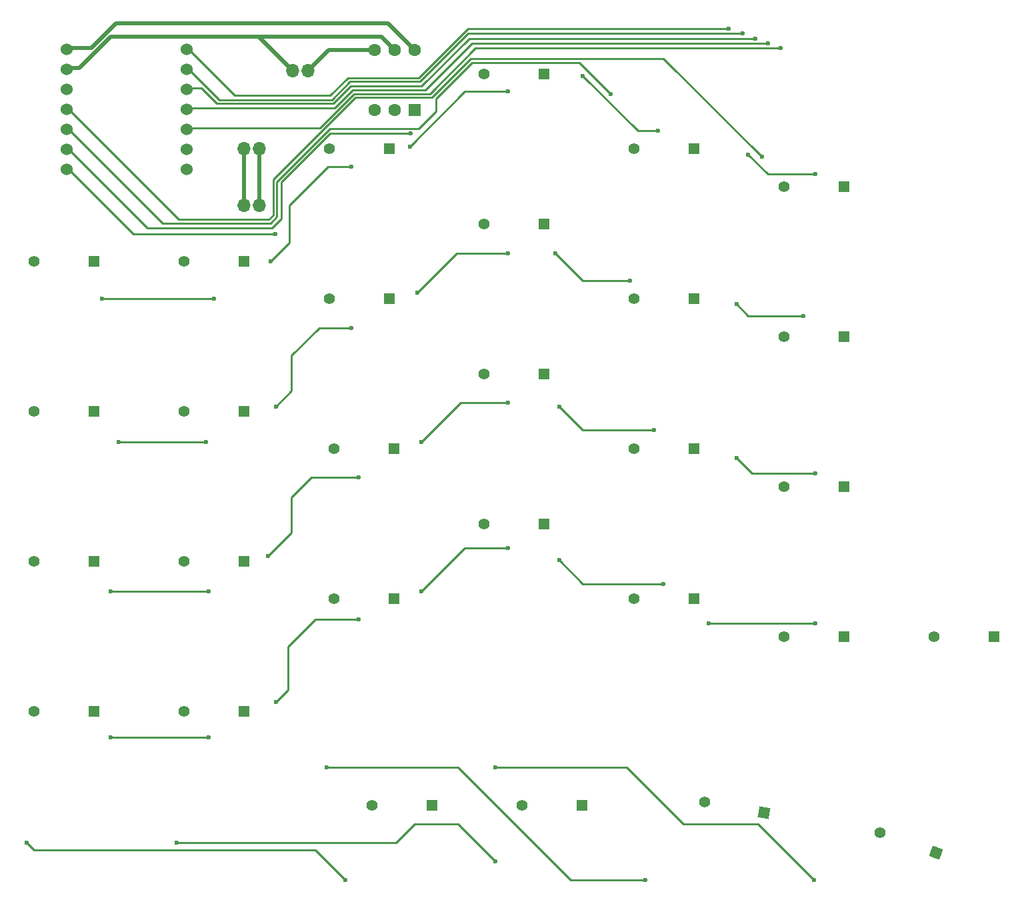
<source format=gbr>
G04 #@! TF.GenerationSoftware,KiCad,Pcbnew,9.0.6*
G04 #@! TF.CreationDate,2025-12-07T22:23:37+09:00*
G04 #@! TF.ProjectId,tarakkie_v1_left,74617261-6b6b-4696-955f-76315f6c6566,rev?*
G04 #@! TF.SameCoordinates,Original*
G04 #@! TF.FileFunction,Copper,L1,Top*
G04 #@! TF.FilePolarity,Positive*
%FSLAX46Y46*%
G04 Gerber Fmt 4.6, Leading zero omitted, Abs format (unit mm)*
G04 Created by KiCad (PCBNEW 9.0.6) date 2025-12-07 22:23:37*
%MOMM*%
%LPD*%
G01*
G04 APERTURE LIST*
G04 Aperture macros list*
%AMRoundRect*
0 Rectangle with rounded corners*
0 $1 Rounding radius*
0 $2 $3 $4 $5 $6 $7 $8 $9 X,Y pos of 4 corners*
0 Add a 4 corners polygon primitive as box body*
4,1,4,$2,$3,$4,$5,$6,$7,$8,$9,$2,$3,0*
0 Add four circle primitives for the rounded corners*
1,1,$1+$1,$2,$3*
1,1,$1+$1,$4,$5*
1,1,$1+$1,$6,$7*
1,1,$1+$1,$8,$9*
0 Add four rect primitives between the rounded corners*
20,1,$1+$1,$2,$3,$4,$5,0*
20,1,$1+$1,$4,$5,$6,$7,0*
20,1,$1+$1,$6,$7,$8,$9,0*
20,1,$1+$1,$8,$9,$2,$3,0*%
%AMRotRect*
0 Rectangle, with rotation*
0 The origin of the aperture is its center*
0 $1 length*
0 $2 width*
0 $3 Rotation angle, in degrees counterclockwise*
0 Add horizontal line*
21,1,$1,$2,0,0,$3*%
G04 Aperture macros list end*
G04 #@! TA.AperFunction,ComponentPad*
%ADD10R,1.397000X1.397000*%
G04 #@! TD*
G04 #@! TA.AperFunction,ComponentPad*
%ADD11C,1.397000*%
G04 #@! TD*
G04 #@! TA.AperFunction,ComponentPad*
%ADD12RotRect,1.397000X1.397000X170.000000*%
G04 #@! TD*
G04 #@! TA.AperFunction,ComponentPad*
%ADD13RotRect,1.397000X1.397000X160.000000*%
G04 #@! TD*
G04 #@! TA.AperFunction,ComponentPad*
%ADD14O,1.700000X1.700000*%
G04 #@! TD*
G04 #@! TA.AperFunction,ComponentPad*
%ADD15C,1.524000*%
G04 #@! TD*
G04 #@! TA.AperFunction,ComponentPad*
%ADD16RoundRect,0.250000X0.550000X-0.550000X0.550000X0.550000X-0.550000X0.550000X-0.550000X-0.550000X0*%
G04 #@! TD*
G04 #@! TA.AperFunction,ComponentPad*
%ADD17C,1.600000*%
G04 #@! TD*
G04 #@! TA.AperFunction,ViaPad*
%ADD18C,0.600000*%
G04 #@! TD*
G04 #@! TA.AperFunction,Conductor*
%ADD19C,0.250000*%
G04 #@! TD*
G04 #@! TA.AperFunction,Conductor*
%ADD20C,0.500000*%
G04 #@! TD*
G04 APERTURE END LIST*
D10*
X89535000Y-92868750D03*
D11*
X81915000Y-92868750D03*
D10*
X113347500Y-138112500D03*
D11*
X105727500Y-138112500D03*
D10*
X146685000Y-116681250D03*
D11*
X139065000Y-116681250D03*
D10*
X94297500Y-138112500D03*
D11*
X86677500Y-138112500D03*
D10*
X70485000Y-88106250D03*
D11*
X62865000Y-88106250D03*
D10*
X88928750Y-73818750D03*
D11*
X81308750Y-73818750D03*
D10*
X127635000Y-54768750D03*
D11*
X120015000Y-54768750D03*
D12*
X136468904Y-139082326D03*
D11*
X128964664Y-137759126D03*
D10*
X108585000Y-64293750D03*
D11*
X100965000Y-64293750D03*
D10*
X146685000Y-59531250D03*
D11*
X139065000Y-59531250D03*
D10*
X70485000Y-107156250D03*
D11*
X62865000Y-107156250D03*
D10*
X165735000Y-116681250D03*
D11*
X158115000Y-116681250D03*
D10*
X70485000Y-126206250D03*
D11*
X62865000Y-126206250D03*
D10*
X51435000Y-126206250D03*
D11*
X43815000Y-126206250D03*
D10*
X89535000Y-111918750D03*
D11*
X81915000Y-111918750D03*
D10*
X127635000Y-73818750D03*
D11*
X120015000Y-73818750D03*
D10*
X108585000Y-45243750D03*
D11*
X100965000Y-45243750D03*
D10*
X127635000Y-92868750D03*
D11*
X120015000Y-92868750D03*
D10*
X70485000Y-69056250D03*
D11*
X62865000Y-69056250D03*
D10*
X146685000Y-78581250D03*
D11*
X139065000Y-78581250D03*
D10*
X51435000Y-69056250D03*
D11*
X43815000Y-69056250D03*
D10*
X88928750Y-54768750D03*
D11*
X81308750Y-54768750D03*
D10*
X127635000Y-111918750D03*
D11*
X120015000Y-111918750D03*
D10*
X108585000Y-102393750D03*
D11*
X100965000Y-102393750D03*
D13*
X158361479Y-144178097D03*
D11*
X151201021Y-141571903D03*
D10*
X51435000Y-88106250D03*
D11*
X43815000Y-88106250D03*
D10*
X51435000Y-107156250D03*
D11*
X43815000Y-107156250D03*
D10*
X108585000Y-83343750D03*
D11*
X100965000Y-83343750D03*
D10*
X146685000Y-97631250D03*
D11*
X139065000Y-97631250D03*
D14*
X78600000Y-44800000D03*
X76600000Y-44800000D03*
X72437500Y-61912500D03*
X70437500Y-61912500D03*
D15*
X63210000Y-42128500D03*
X63210000Y-44668500D03*
X63210000Y-47208500D03*
X63210000Y-49748500D03*
X63210000Y-52288500D03*
X63210000Y-54828500D03*
X63210000Y-57368500D03*
X47970000Y-57368500D03*
X47970000Y-54828500D03*
X47970000Y-52288500D03*
X47970000Y-49748500D03*
X47970000Y-47208500D03*
X47970000Y-44668500D03*
X47970000Y-42128500D03*
D16*
X92140000Y-49800000D03*
D17*
X89600000Y-49800000D03*
X87060000Y-49800000D03*
X87060000Y-42180000D03*
X89600000Y-42180000D03*
X92140000Y-42180000D03*
D14*
X72437500Y-54768750D03*
X70437500Y-54768750D03*
D18*
X104000000Y-47500000D03*
X84093750Y-57000000D03*
X132000000Y-39500000D03*
X66675000Y-73818750D03*
X113500000Y-45500000D03*
X52387500Y-73818750D03*
X73818750Y-69056250D03*
X91500000Y-54500000D03*
X134500000Y-55500000D03*
X143000000Y-58000000D03*
X123000000Y-52500000D03*
X110000000Y-68000000D03*
X104000000Y-68000000D03*
X133800000Y-40125000D03*
X84093750Y-77500000D03*
X54500000Y-92000000D03*
X119500000Y-71500000D03*
X74500000Y-87500000D03*
X133000000Y-74500000D03*
X141500000Y-76000000D03*
X65650000Y-92000000D03*
X92500000Y-73000000D03*
X122500000Y-90500000D03*
X143000000Y-96000000D03*
X53500000Y-111000000D03*
X110500000Y-87500000D03*
X66000000Y-111000000D03*
X104000000Y-87000000D03*
X85000000Y-96500000D03*
X93000000Y-92000000D03*
X135400000Y-40750000D03*
X73500000Y-106500000D03*
X133000000Y-94000000D03*
X66000000Y-129500000D03*
X53500000Y-129500000D03*
X110500000Y-107000000D03*
X104000000Y-105500000D03*
X85000000Y-114500000D03*
X74500000Y-125000000D03*
X143000000Y-115000000D03*
X137000000Y-41375000D03*
X93000000Y-111000000D03*
X123675000Y-110000000D03*
X129500000Y-115000000D03*
X138600000Y-42000000D03*
X83343750Y-147637500D03*
X42862500Y-142875000D03*
X102393750Y-145256250D03*
X61912500Y-142875000D03*
X80962500Y-133350000D03*
X121443750Y-147637500D03*
X74400000Y-65600000D03*
X142875000Y-147637500D03*
X91600000Y-52800000D03*
X102393750Y-133350000D03*
X117000000Y-47800000D03*
X136200000Y-55800000D03*
D19*
X132000000Y-39500000D02*
X98862190Y-39500000D01*
X98862190Y-39500000D02*
X92613190Y-45749000D01*
X76200000Y-61912500D02*
X81112500Y-57000000D01*
X113500000Y-45500000D02*
X120500000Y-52500000D01*
X83651000Y-45749000D02*
X81400000Y-48000000D01*
X92613190Y-45749000D02*
X83651000Y-45749000D01*
X81112500Y-57000000D02*
X84093750Y-57000000D01*
X98500000Y-47500000D02*
X104000000Y-47500000D01*
X120500000Y-52500000D02*
X123000000Y-52500000D01*
X69291500Y-48000000D02*
X63230000Y-41938500D01*
X137000000Y-58000000D02*
X143000000Y-58000000D01*
X134500000Y-55500000D02*
X137000000Y-58000000D01*
X76200000Y-66675000D02*
X76200000Y-61912500D01*
X52387500Y-73818750D02*
X66675000Y-73818750D01*
X91500000Y-54500000D02*
X98500000Y-47500000D01*
X81400000Y-48000000D02*
X69291500Y-48000000D01*
X73818750Y-69056250D02*
X76200000Y-66675000D01*
X110000000Y-68000000D02*
X113500000Y-71500000D01*
X133800000Y-40125000D02*
X98875000Y-40125000D01*
X134500000Y-76000000D02*
X141500000Y-76000000D01*
X113500000Y-71500000D02*
X119500000Y-71500000D01*
X67300500Y-48549000D02*
X63230000Y-44478500D01*
X92500000Y-73000000D02*
X97500000Y-68000000D01*
X83949000Y-46200000D02*
X81600000Y-48549000D01*
X98875000Y-40125000D02*
X92800000Y-46200000D01*
X74500000Y-87500000D02*
X76500000Y-85500000D01*
X76500000Y-81000000D02*
X80000000Y-77500000D01*
X54500000Y-92000000D02*
X65650000Y-92000000D01*
X92800000Y-46200000D02*
X83949000Y-46200000D01*
X97500000Y-68000000D02*
X104000000Y-68000000D01*
X80000000Y-77500000D02*
X84093750Y-77500000D01*
X76500000Y-85500000D02*
X76500000Y-81000000D01*
X81600000Y-48549000D02*
X67300500Y-48549000D01*
X133000000Y-74500000D02*
X134500000Y-76000000D01*
X99050000Y-40750000D02*
X93000000Y-46800000D01*
X113500000Y-90500000D02*
X122500000Y-90500000D01*
X93000000Y-92000000D02*
X98000000Y-87000000D01*
X79000000Y-96500000D02*
X85000000Y-96500000D01*
X133000000Y-94000000D02*
X135000000Y-96000000D01*
X84000000Y-46800000D02*
X81800000Y-49000000D01*
X76500000Y-103500000D02*
X76500000Y-99000000D01*
X98000000Y-87000000D02*
X104000000Y-87000000D01*
X53500000Y-111000000D02*
X66000000Y-111000000D01*
X135400000Y-40750000D02*
X99050000Y-40750000D01*
X73500000Y-106500000D02*
X76500000Y-103500000D01*
X110500000Y-87500000D02*
X113500000Y-90500000D01*
X65018500Y-47018500D02*
X63230000Y-47018500D01*
X76500000Y-99000000D02*
X79000000Y-96500000D01*
X81800000Y-49000000D02*
X67000000Y-49000000D01*
X67000000Y-49000000D02*
X65018500Y-47018500D01*
X93000000Y-46800000D02*
X84000000Y-46800000D01*
X135000000Y-96000000D02*
X143000000Y-96000000D01*
X129500000Y-115000000D02*
X143000000Y-115000000D01*
X137000000Y-41375000D02*
X99425000Y-41375000D01*
X76000000Y-118000000D02*
X79500000Y-114500000D01*
X76000000Y-123500000D02*
X76000000Y-118000000D01*
X93000000Y-111000000D02*
X98500000Y-105500000D01*
X53500000Y-129500000D02*
X66000000Y-129500000D01*
X113500000Y-110000000D02*
X110500000Y-107000000D01*
X84213190Y-47311190D02*
X81965880Y-49558500D01*
X123675000Y-110000000D02*
X113500000Y-110000000D01*
X81965880Y-49558500D02*
X63230000Y-49558500D01*
X99425000Y-41375000D02*
X93488810Y-47311190D01*
X98500000Y-105500000D02*
X104000000Y-105500000D01*
X79500000Y-114500000D02*
X85000000Y-114500000D01*
X93488810Y-47311190D02*
X84213190Y-47311190D01*
X74500000Y-125000000D02*
X76000000Y-123500000D01*
X138600000Y-42000000D02*
X99800000Y-42000000D01*
X80063690Y-52098500D02*
X63230000Y-52098500D01*
X84400000Y-47762190D02*
X80063690Y-52098500D01*
X99800000Y-42000000D02*
X94037810Y-47762190D01*
X94037810Y-47762190D02*
X84400000Y-47762190D01*
D20*
X54200000Y-38800000D02*
X51061500Y-41938500D01*
X51061500Y-41938500D02*
X47990000Y-41938500D01*
X92140000Y-42180000D02*
X88760000Y-38800000D01*
X88760000Y-38800000D02*
X54200000Y-38800000D01*
X81220000Y-42180000D02*
X87060000Y-42180000D01*
X78600000Y-44800000D02*
X81220000Y-42180000D01*
X53495682Y-40495682D02*
X72295682Y-40495682D01*
X47990000Y-44478500D02*
X49512864Y-44478500D01*
X87915682Y-40495682D02*
X72295682Y-40495682D01*
X72295682Y-40495682D02*
X76600000Y-44800000D01*
X49512864Y-44478500D02*
X53495682Y-40495682D01*
X89600000Y-42180000D02*
X87915682Y-40495682D01*
D19*
X79506250Y-143800000D02*
X83343750Y-147637500D01*
X42862500Y-142875000D02*
X43787500Y-143800000D01*
X43787500Y-143800000D02*
X79506250Y-143800000D01*
X61912500Y-142875000D02*
X89718616Y-142875000D01*
X89718616Y-142875000D02*
X92099866Y-140493750D01*
X92099866Y-140493750D02*
X97631250Y-140493750D01*
X97631250Y-140493750D02*
X102393750Y-145256250D01*
X97631250Y-133350000D02*
X111918750Y-147637500D01*
X80962500Y-133350000D02*
X97631250Y-133350000D01*
X56411500Y-65600000D02*
X47990000Y-57178500D01*
X74400000Y-65600000D02*
X56411500Y-65600000D01*
X111918750Y-147637500D02*
X121443750Y-147637500D01*
X75200000Y-63600000D02*
X74000000Y-64800000D01*
X75200000Y-59000000D02*
X75200000Y-63600000D01*
X119062500Y-133350000D02*
X126206250Y-140493750D01*
X74000000Y-64800000D02*
X58151500Y-64800000D01*
X102393750Y-133350000D02*
X119062500Y-133350000D01*
X81400000Y-52800000D02*
X75200000Y-59000000D01*
X91600000Y-52800000D02*
X81400000Y-52800000D01*
X135731250Y-140493750D02*
X142875000Y-147637500D01*
X126206250Y-140493750D02*
X135731250Y-140493750D01*
X58151500Y-64800000D02*
X47990000Y-54638500D01*
X81388190Y-52174000D02*
X74600000Y-58962190D01*
X117000000Y-47800000D02*
X113000000Y-43800000D01*
X60091500Y-64200000D02*
X47990000Y-52098500D01*
X92626000Y-52174000D02*
X81388190Y-52174000D01*
X74600000Y-63400000D02*
X73800000Y-64200000D01*
X94800000Y-48400000D02*
X94800000Y-50000000D01*
X113000000Y-43800000D02*
X99400000Y-43800000D01*
X99400000Y-43800000D02*
X94800000Y-48400000D01*
X74600000Y-58962190D02*
X74600000Y-63400000D01*
X94800000Y-50000000D02*
X92626000Y-52174000D01*
X73800000Y-64200000D02*
X60091500Y-64200000D01*
X73613190Y-63749000D02*
X62180500Y-63749000D01*
X62180500Y-63749000D02*
X47990000Y-49558500D01*
X74149000Y-58651000D02*
X74149000Y-63213190D01*
X94349000Y-48213190D02*
X84586810Y-48213190D01*
X99213190Y-43349000D02*
X94349000Y-48213190D01*
X136200000Y-55800000D02*
X123749000Y-43349000D01*
X123749000Y-43349000D02*
X99213190Y-43349000D01*
X74149000Y-63213190D02*
X73613190Y-63749000D01*
X84586810Y-48213190D02*
X74149000Y-58651000D01*
D20*
X72437500Y-54768750D02*
X72437500Y-61912500D01*
X70437500Y-54768750D02*
X70437500Y-61912500D01*
M02*

</source>
